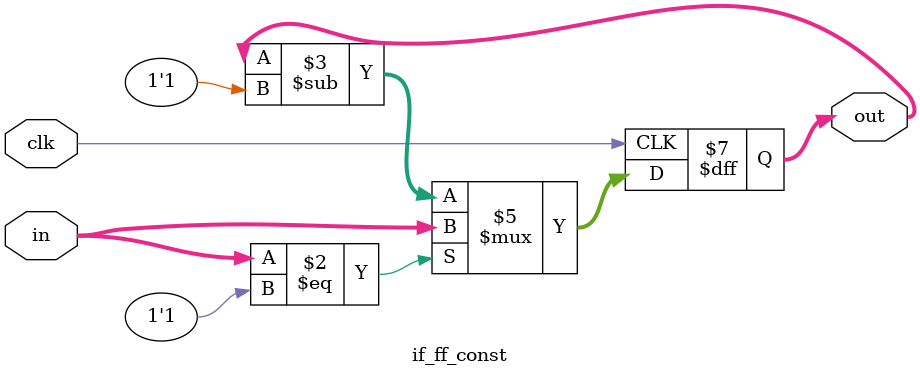
<source format=sv>
module if_ff_const (input bit clk, input bit [1:0] in, output bit [1:0] out);
always_ff @(posedge clk)
    if (in==1'b1)
        out<=in;
    else out <= out-1'b1;

endmodule
</source>
